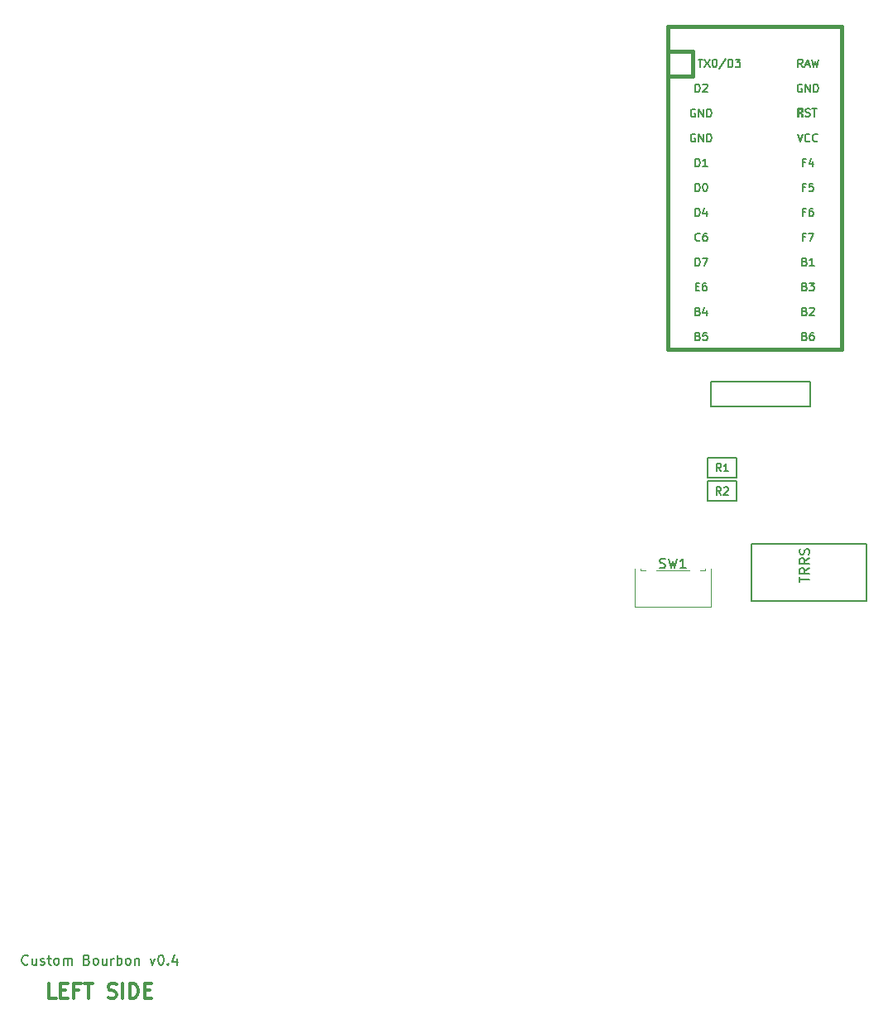
<source format=gto>
G04 #@! TF.GenerationSoftware,KiCad,Pcbnew,5.1.10*
G04 #@! TF.CreationDate,2021-07-25T23:09:34-04:00*
G04 #@! TF.ProjectId,v04_left,7630345f-6c65-4667-942e-6b696361645f,rev?*
G04 #@! TF.SameCoordinates,Original*
G04 #@! TF.FileFunction,Legend,Top*
G04 #@! TF.FilePolarity,Positive*
%FSLAX46Y46*%
G04 Gerber Fmt 4.6, Leading zero omitted, Abs format (unit mm)*
G04 Created by KiCad (PCBNEW 5.1.10) date 2021-07-25 23:09:34*
%MOMM*%
%LPD*%
G01*
G04 APERTURE LIST*
%ADD10C,0.300000*%
%ADD11C,0.150000*%
%ADD12C,0.381000*%
%ADD13C,0.120000*%
%ADD14C,3.987800*%
%ADD15C,1.750000*%
%ADD16C,3.048000*%
%ADD17R,1.752600X1.752600*%
%ADD18C,1.752600*%
%ADD19C,1.200000*%
%ADD20C,2.200000*%
%ADD21C,2.100000*%
%ADD22C,1.397000*%
G04 APERTURE END LIST*
D10*
X-77525000Y-103866071D02*
X-78239285Y-103866071D01*
X-78239285Y-102366071D01*
X-77025000Y-103080357D02*
X-76525000Y-103080357D01*
X-76310714Y-103866071D02*
X-77025000Y-103866071D01*
X-77025000Y-102366071D01*
X-76310714Y-102366071D01*
X-75167857Y-103080357D02*
X-75667857Y-103080357D01*
X-75667857Y-103866071D02*
X-75667857Y-102366071D01*
X-74953571Y-102366071D01*
X-74596428Y-102366071D02*
X-73739285Y-102366071D01*
X-74167857Y-103866071D02*
X-74167857Y-102366071D01*
X-72167857Y-103794642D02*
X-71953571Y-103866071D01*
X-71596428Y-103866071D01*
X-71453571Y-103794642D01*
X-71382142Y-103723214D01*
X-71310714Y-103580357D01*
X-71310714Y-103437500D01*
X-71382142Y-103294642D01*
X-71453571Y-103223214D01*
X-71596428Y-103151785D01*
X-71882142Y-103080357D01*
X-72025000Y-103008928D01*
X-72096428Y-102937500D01*
X-72167857Y-102794642D01*
X-72167857Y-102651785D01*
X-72096428Y-102508928D01*
X-72025000Y-102437500D01*
X-71882142Y-102366071D01*
X-71525000Y-102366071D01*
X-71310714Y-102437500D01*
X-70667857Y-103866071D02*
X-70667857Y-102366071D01*
X-69953571Y-103866071D02*
X-69953571Y-102366071D01*
X-69596428Y-102366071D01*
X-69382142Y-102437500D01*
X-69239285Y-102580357D01*
X-69167857Y-102723214D01*
X-69096428Y-103008928D01*
X-69096428Y-103223214D01*
X-69167857Y-103508928D01*
X-69239285Y-103651785D01*
X-69382142Y-103794642D01*
X-69596428Y-103866071D01*
X-69953571Y-103866071D01*
X-68453571Y-103080357D02*
X-67953571Y-103080357D01*
X-67739285Y-103866071D02*
X-68453571Y-103866071D01*
X-68453571Y-102366071D01*
X-67739285Y-102366071D01*
D11*
X-80382142Y-100369642D02*
X-80429761Y-100417261D01*
X-80572619Y-100464880D01*
X-80667857Y-100464880D01*
X-80810714Y-100417261D01*
X-80905952Y-100322023D01*
X-80953571Y-100226785D01*
X-81001190Y-100036309D01*
X-81001190Y-99893452D01*
X-80953571Y-99702976D01*
X-80905952Y-99607738D01*
X-80810714Y-99512500D01*
X-80667857Y-99464880D01*
X-80572619Y-99464880D01*
X-80429761Y-99512500D01*
X-80382142Y-99560119D01*
X-79525000Y-99798214D02*
X-79525000Y-100464880D01*
X-79953571Y-99798214D02*
X-79953571Y-100322023D01*
X-79905952Y-100417261D01*
X-79810714Y-100464880D01*
X-79667857Y-100464880D01*
X-79572619Y-100417261D01*
X-79525000Y-100369642D01*
X-79096428Y-100417261D02*
X-79001190Y-100464880D01*
X-78810714Y-100464880D01*
X-78715476Y-100417261D01*
X-78667857Y-100322023D01*
X-78667857Y-100274404D01*
X-78715476Y-100179166D01*
X-78810714Y-100131547D01*
X-78953571Y-100131547D01*
X-79048809Y-100083928D01*
X-79096428Y-99988690D01*
X-79096428Y-99941071D01*
X-79048809Y-99845833D01*
X-78953571Y-99798214D01*
X-78810714Y-99798214D01*
X-78715476Y-99845833D01*
X-78382142Y-99798214D02*
X-78001190Y-99798214D01*
X-78239285Y-99464880D02*
X-78239285Y-100322023D01*
X-78191666Y-100417261D01*
X-78096428Y-100464880D01*
X-78001190Y-100464880D01*
X-77525000Y-100464880D02*
X-77620238Y-100417261D01*
X-77667857Y-100369642D01*
X-77715476Y-100274404D01*
X-77715476Y-99988690D01*
X-77667857Y-99893452D01*
X-77620238Y-99845833D01*
X-77525000Y-99798214D01*
X-77382142Y-99798214D01*
X-77286904Y-99845833D01*
X-77239285Y-99893452D01*
X-77191666Y-99988690D01*
X-77191666Y-100274404D01*
X-77239285Y-100369642D01*
X-77286904Y-100417261D01*
X-77382142Y-100464880D01*
X-77525000Y-100464880D01*
X-76763095Y-100464880D02*
X-76763095Y-99798214D01*
X-76763095Y-99893452D02*
X-76715476Y-99845833D01*
X-76620238Y-99798214D01*
X-76477380Y-99798214D01*
X-76382142Y-99845833D01*
X-76334523Y-99941071D01*
X-76334523Y-100464880D01*
X-76334523Y-99941071D02*
X-76286904Y-99845833D01*
X-76191666Y-99798214D01*
X-76048809Y-99798214D01*
X-75953571Y-99845833D01*
X-75905952Y-99941071D01*
X-75905952Y-100464880D01*
X-74334523Y-99941071D02*
X-74191666Y-99988690D01*
X-74144047Y-100036309D01*
X-74096428Y-100131547D01*
X-74096428Y-100274404D01*
X-74144047Y-100369642D01*
X-74191666Y-100417261D01*
X-74286904Y-100464880D01*
X-74667857Y-100464880D01*
X-74667857Y-99464880D01*
X-74334523Y-99464880D01*
X-74239285Y-99512500D01*
X-74191666Y-99560119D01*
X-74144047Y-99655357D01*
X-74144047Y-99750595D01*
X-74191666Y-99845833D01*
X-74239285Y-99893452D01*
X-74334523Y-99941071D01*
X-74667857Y-99941071D01*
X-73525000Y-100464880D02*
X-73620238Y-100417261D01*
X-73667857Y-100369642D01*
X-73715476Y-100274404D01*
X-73715476Y-99988690D01*
X-73667857Y-99893452D01*
X-73620238Y-99845833D01*
X-73525000Y-99798214D01*
X-73382142Y-99798214D01*
X-73286904Y-99845833D01*
X-73239285Y-99893452D01*
X-73191666Y-99988690D01*
X-73191666Y-100274404D01*
X-73239285Y-100369642D01*
X-73286904Y-100417261D01*
X-73382142Y-100464880D01*
X-73525000Y-100464880D01*
X-72334523Y-99798214D02*
X-72334523Y-100464880D01*
X-72763095Y-99798214D02*
X-72763095Y-100322023D01*
X-72715476Y-100417261D01*
X-72620238Y-100464880D01*
X-72477380Y-100464880D01*
X-72382142Y-100417261D01*
X-72334523Y-100369642D01*
X-71858333Y-100464880D02*
X-71858333Y-99798214D01*
X-71858333Y-99988690D02*
X-71810714Y-99893452D01*
X-71763095Y-99845833D01*
X-71667857Y-99798214D01*
X-71572619Y-99798214D01*
X-71239285Y-100464880D02*
X-71239285Y-99464880D01*
X-71239285Y-99845833D02*
X-71144047Y-99798214D01*
X-70953571Y-99798214D01*
X-70858333Y-99845833D01*
X-70810714Y-99893452D01*
X-70763095Y-99988690D01*
X-70763095Y-100274404D01*
X-70810714Y-100369642D01*
X-70858333Y-100417261D01*
X-70953571Y-100464880D01*
X-71144047Y-100464880D01*
X-71239285Y-100417261D01*
X-70191666Y-100464880D02*
X-70286904Y-100417261D01*
X-70334523Y-100369642D01*
X-70382142Y-100274404D01*
X-70382142Y-99988690D01*
X-70334523Y-99893452D01*
X-70286904Y-99845833D01*
X-70191666Y-99798214D01*
X-70048809Y-99798214D01*
X-69953571Y-99845833D01*
X-69905952Y-99893452D01*
X-69858333Y-99988690D01*
X-69858333Y-100274404D01*
X-69905952Y-100369642D01*
X-69953571Y-100417261D01*
X-70048809Y-100464880D01*
X-70191666Y-100464880D01*
X-69429761Y-99798214D02*
X-69429761Y-100464880D01*
X-69429761Y-99893452D02*
X-69382142Y-99845833D01*
X-69286904Y-99798214D01*
X-69144047Y-99798214D01*
X-69048809Y-99845833D01*
X-69001190Y-99941071D01*
X-69001190Y-100464880D01*
X-67858333Y-99798214D02*
X-67620238Y-100464880D01*
X-67382142Y-99798214D01*
X-66810714Y-99464880D02*
X-66715476Y-99464880D01*
X-66620238Y-99512500D01*
X-66572619Y-99560119D01*
X-66525000Y-99655357D01*
X-66477380Y-99845833D01*
X-66477380Y-100083928D01*
X-66525000Y-100274404D01*
X-66572619Y-100369642D01*
X-66620238Y-100417261D01*
X-66715476Y-100464880D01*
X-66810714Y-100464880D01*
X-66905952Y-100417261D01*
X-66953571Y-100369642D01*
X-67001190Y-100274404D01*
X-67048809Y-100083928D01*
X-67048809Y-99845833D01*
X-67001190Y-99655357D01*
X-66953571Y-99560119D01*
X-66905952Y-99512500D01*
X-66810714Y-99464880D01*
X-66048809Y-100369642D02*
X-66001190Y-100417261D01*
X-66048809Y-100464880D01*
X-66096428Y-100417261D01*
X-66048809Y-100369642D01*
X-66048809Y-100464880D01*
X-65144047Y-99798214D02*
X-65144047Y-100464880D01*
X-65382142Y-99417261D02*
X-65620238Y-100131547D01*
X-65001190Y-100131547D01*
D12*
X-12401250Y-7005000D02*
X-14941250Y-7005000D01*
X-14941250Y-4465000D02*
X-14941250Y-7005000D01*
X2838750Y-4465000D02*
X-14941250Y-4465000D01*
X2838750Y-7005000D02*
X2838750Y-4465000D01*
D11*
G36*
X-1119682Y-13484360D02*
G01*
X-1119682Y-13684360D01*
X-1219682Y-13684360D01*
X-1219682Y-13484360D01*
X-1119682Y-13484360D01*
G37*
X-1119682Y-13484360D02*
X-1119682Y-13684360D01*
X-1219682Y-13684360D01*
X-1219682Y-13484360D01*
X-1119682Y-13484360D01*
G36*
X-1519682Y-12884360D02*
G01*
X-1519682Y-13684360D01*
X-1619682Y-13684360D01*
X-1619682Y-12884360D01*
X-1519682Y-12884360D01*
G37*
X-1519682Y-12884360D02*
X-1519682Y-13684360D01*
X-1619682Y-13684360D01*
X-1619682Y-12884360D01*
X-1519682Y-12884360D01*
G36*
X-1119682Y-12884360D02*
G01*
X-1119682Y-12984360D01*
X-1619682Y-12984360D01*
X-1619682Y-12884360D01*
X-1119682Y-12884360D01*
G37*
X-1119682Y-12884360D02*
X-1119682Y-12984360D01*
X-1619682Y-12984360D01*
X-1619682Y-12884360D01*
X-1119682Y-12884360D01*
G36*
X-1319682Y-13284360D02*
G01*
X-1319682Y-13384360D01*
X-1419682Y-13384360D01*
X-1419682Y-13284360D01*
X-1319682Y-13284360D01*
G37*
X-1319682Y-13284360D02*
X-1319682Y-13384360D01*
X-1419682Y-13384360D01*
X-1419682Y-13284360D01*
X-1319682Y-13284360D01*
G36*
X-1119682Y-12884360D02*
G01*
X-1119682Y-13184360D01*
X-1219682Y-13184360D01*
X-1219682Y-12884360D01*
X-1119682Y-12884360D01*
G37*
X-1119682Y-12884360D02*
X-1119682Y-13184360D01*
X-1219682Y-13184360D01*
X-1219682Y-12884360D01*
X-1119682Y-12884360D01*
D12*
X-12401250Y-9545000D02*
X-14941250Y-9545000D01*
X-12401250Y-7005000D02*
X-12401250Y-9545000D01*
X2838750Y-37485000D02*
X2838750Y-7005000D01*
X-14941250Y-37485000D02*
X2838750Y-37485000D01*
X-14941250Y-7005000D02*
X-14941250Y-37485000D01*
D11*
X5406250Y-57425000D02*
X5406250Y-63225000D01*
X5406250Y-63225000D02*
X-6343750Y-63225000D01*
X-6343750Y-63225000D02*
X-6343750Y-57425000D01*
X-6343750Y-57425000D02*
X5406250Y-57425000D01*
D13*
X-12706250Y-60148750D02*
X-16106250Y-60148750D01*
X-11066250Y-60148750D02*
X-11606250Y-60148750D01*
X-17206250Y-60148750D02*
X-17746250Y-60148750D01*
X-17746250Y-60148750D02*
X-17746250Y-59918750D01*
X-10546250Y-63818750D02*
X-10546250Y-59918750D01*
X-18266250Y-63818750D02*
X-18266250Y-59918750D01*
X-10546250Y-63818750D02*
X-18266250Y-63818750D01*
X-11066250Y-60148750D02*
X-11066250Y-59918750D01*
D11*
X-7850110Y-51010490D02*
X-10852390Y-51010490D01*
X-7850110Y-53012010D02*
X-7850110Y-51010490D01*
X-10852390Y-53012010D02*
X-7850110Y-53012010D01*
X-10852390Y-51010490D02*
X-10852390Y-53012010D01*
X-10852390Y-50630760D02*
X-7850110Y-50630760D01*
X-10852390Y-48629240D02*
X-10852390Y-50630760D01*
X-7850110Y-48629240D02*
X-10852390Y-48629240D01*
X-7850110Y-50630760D02*
X-7850110Y-48629240D01*
X-10496250Y-43358750D02*
X-10496250Y-40818750D01*
X-336250Y-40818750D02*
X-336250Y-43358750D01*
X-10496250Y-40818750D02*
X-336250Y-40818750D01*
X-10496250Y-43358750D02*
X-336250Y-43358750D01*
X-914059Y-33617857D02*
X-799773Y-33655952D01*
X-761678Y-33694047D01*
X-723583Y-33770238D01*
X-723583Y-33884523D01*
X-761678Y-33960714D01*
X-799773Y-33998809D01*
X-875964Y-34036904D01*
X-1180726Y-34036904D01*
X-1180726Y-33236904D01*
X-914059Y-33236904D01*
X-837869Y-33275000D01*
X-799773Y-33313095D01*
X-761678Y-33389285D01*
X-761678Y-33465476D01*
X-799773Y-33541666D01*
X-837869Y-33579761D01*
X-914059Y-33617857D01*
X-1180726Y-33617857D01*
X-418821Y-33313095D02*
X-380726Y-33275000D01*
X-304535Y-33236904D01*
X-114059Y-33236904D01*
X-37869Y-33275000D01*
X226Y-33313095D01*
X38321Y-33389285D01*
X38321Y-33465476D01*
X226Y-33579761D01*
X-456916Y-34036904D01*
X38321Y-34036904D01*
X-856916Y-25997857D02*
X-1123583Y-25997857D01*
X-1123583Y-26416904D02*
X-1123583Y-25616904D01*
X-742630Y-25616904D01*
X-514059Y-25616904D02*
X19273Y-25616904D01*
X-323583Y-26416904D01*
X-856916Y-23457857D02*
X-1123583Y-23457857D01*
X-1123583Y-23876904D02*
X-1123583Y-23076904D01*
X-742630Y-23076904D01*
X-95011Y-23076904D02*
X-247392Y-23076904D01*
X-323583Y-23115000D01*
X-361678Y-23153095D01*
X-437869Y-23267380D01*
X-475964Y-23419761D01*
X-475964Y-23724523D01*
X-437869Y-23800714D01*
X-399773Y-23838809D01*
X-323583Y-23876904D01*
X-171202Y-23876904D01*
X-95011Y-23838809D01*
X-56916Y-23800714D01*
X-18821Y-23724523D01*
X-18821Y-23534047D01*
X-56916Y-23457857D01*
X-95011Y-23419761D01*
X-171202Y-23381666D01*
X-323583Y-23381666D01*
X-399773Y-23419761D01*
X-437869Y-23457857D01*
X-475964Y-23534047D01*
X-856916Y-20917857D02*
X-1123583Y-20917857D01*
X-1123583Y-21336904D02*
X-1123583Y-20536904D01*
X-742630Y-20536904D01*
X-56916Y-20536904D02*
X-437869Y-20536904D01*
X-475964Y-20917857D01*
X-437869Y-20879761D01*
X-361678Y-20841666D01*
X-171202Y-20841666D01*
X-95011Y-20879761D01*
X-56916Y-20917857D01*
X-18821Y-20994047D01*
X-18821Y-21184523D01*
X-56916Y-21260714D01*
X-95011Y-21298809D01*
X-171202Y-21336904D01*
X-361678Y-21336904D01*
X-437869Y-21298809D01*
X-475964Y-21260714D01*
X-1142630Y-8636904D02*
X-1409297Y-8255952D01*
X-1599773Y-8636904D02*
X-1599773Y-7836904D01*
X-1295011Y-7836904D01*
X-1218821Y-7875000D01*
X-1180726Y-7913095D01*
X-1142630Y-7989285D01*
X-1142630Y-8103571D01*
X-1180726Y-8179761D01*
X-1218821Y-8217857D01*
X-1295011Y-8255952D01*
X-1599773Y-8255952D01*
X-837869Y-8408333D02*
X-456916Y-8408333D01*
X-914059Y-8636904D02*
X-647392Y-7836904D01*
X-380726Y-8636904D01*
X-190250Y-7836904D02*
X226Y-8636904D01*
X152607Y-8065476D01*
X304988Y-8636904D01*
X495464Y-7836904D01*
X-1199773Y-10415000D02*
X-1275964Y-10376904D01*
X-1390250Y-10376904D01*
X-1504535Y-10415000D01*
X-1580726Y-10491190D01*
X-1618821Y-10567380D01*
X-1656916Y-10719761D01*
X-1656916Y-10834047D01*
X-1618821Y-10986428D01*
X-1580726Y-11062619D01*
X-1504535Y-11138809D01*
X-1390250Y-11176904D01*
X-1314059Y-11176904D01*
X-1199773Y-11138809D01*
X-1161678Y-11100714D01*
X-1161678Y-10834047D01*
X-1314059Y-10834047D01*
X-818821Y-11176904D02*
X-818821Y-10376904D01*
X-361678Y-11176904D01*
X-361678Y-10376904D01*
X19273Y-11176904D02*
X19273Y-10376904D01*
X209749Y-10376904D01*
X324035Y-10415000D01*
X400226Y-10491190D01*
X438321Y-10567380D01*
X476416Y-10719761D01*
X476416Y-10834047D01*
X438321Y-10986428D01*
X400226Y-11062619D01*
X324035Y-11138809D01*
X209749Y-11176904D01*
X19273Y-11176904D01*
X-851463Y-13648809D02*
X-737177Y-13686904D01*
X-546701Y-13686904D01*
X-470510Y-13648809D01*
X-432415Y-13610714D01*
X-394320Y-13534523D01*
X-394320Y-13458333D01*
X-432415Y-13382142D01*
X-470510Y-13344047D01*
X-546701Y-13305952D01*
X-699082Y-13267857D01*
X-775272Y-13229761D01*
X-813368Y-13191666D01*
X-851463Y-13115476D01*
X-851463Y-13039285D01*
X-813368Y-12963095D01*
X-775272Y-12925000D01*
X-699082Y-12886904D01*
X-508606Y-12886904D01*
X-394320Y-12925000D01*
X-165749Y-12886904D02*
X291393Y-12886904D01*
X62822Y-13686904D02*
X62822Y-12886904D01*
X-1656916Y-15456904D02*
X-1390250Y-16256904D01*
X-1123583Y-15456904D01*
X-399773Y-16180714D02*
X-437869Y-16218809D01*
X-552154Y-16256904D01*
X-628345Y-16256904D01*
X-742630Y-16218809D01*
X-818821Y-16142619D01*
X-856916Y-16066428D01*
X-895011Y-15914047D01*
X-895011Y-15799761D01*
X-856916Y-15647380D01*
X-818821Y-15571190D01*
X-742630Y-15495000D01*
X-628345Y-15456904D01*
X-552154Y-15456904D01*
X-437869Y-15495000D01*
X-399773Y-15533095D01*
X400226Y-16180714D02*
X362130Y-16218809D01*
X247845Y-16256904D01*
X171654Y-16256904D01*
X57369Y-16218809D01*
X-18821Y-16142619D01*
X-56916Y-16066428D01*
X-95011Y-15914047D01*
X-95011Y-15799761D01*
X-56916Y-15647380D01*
X-18821Y-15571190D01*
X57369Y-15495000D01*
X171654Y-15456904D01*
X247845Y-15456904D01*
X362130Y-15495000D01*
X400226Y-15533095D01*
X-856916Y-18377857D02*
X-1123583Y-18377857D01*
X-1123583Y-18796904D02*
X-1123583Y-17996904D01*
X-742630Y-17996904D01*
X-95011Y-18263571D02*
X-95011Y-18796904D01*
X-285488Y-17958809D02*
X-475964Y-18530238D01*
X19273Y-18530238D01*
X-914059Y-28537857D02*
X-799773Y-28575952D01*
X-761678Y-28614047D01*
X-723583Y-28690238D01*
X-723583Y-28804523D01*
X-761678Y-28880714D01*
X-799773Y-28918809D01*
X-875964Y-28956904D01*
X-1180726Y-28956904D01*
X-1180726Y-28156904D01*
X-914059Y-28156904D01*
X-837869Y-28195000D01*
X-799773Y-28233095D01*
X-761678Y-28309285D01*
X-761678Y-28385476D01*
X-799773Y-28461666D01*
X-837869Y-28499761D01*
X-914059Y-28537857D01*
X-1180726Y-28537857D01*
X38321Y-28956904D02*
X-418821Y-28956904D01*
X-190250Y-28956904D02*
X-190250Y-28156904D01*
X-266440Y-28271190D01*
X-342630Y-28347380D01*
X-418821Y-28385476D01*
X-914059Y-31077857D02*
X-799773Y-31115952D01*
X-761678Y-31154047D01*
X-723583Y-31230238D01*
X-723583Y-31344523D01*
X-761678Y-31420714D01*
X-799773Y-31458809D01*
X-875964Y-31496904D01*
X-1180726Y-31496904D01*
X-1180726Y-30696904D01*
X-914059Y-30696904D01*
X-837869Y-30735000D01*
X-799773Y-30773095D01*
X-761678Y-30849285D01*
X-761678Y-30925476D01*
X-799773Y-31001666D01*
X-837869Y-31039761D01*
X-914059Y-31077857D01*
X-1180726Y-31077857D01*
X-456916Y-30696904D02*
X38321Y-30696904D01*
X-228345Y-31001666D01*
X-114059Y-31001666D01*
X-37869Y-31039761D01*
X226Y-31077857D01*
X38321Y-31154047D01*
X38321Y-31344523D01*
X226Y-31420714D01*
X-37869Y-31458809D01*
X-114059Y-31496904D01*
X-342630Y-31496904D01*
X-418821Y-31458809D01*
X-456916Y-31420714D01*
X-914059Y-36157857D02*
X-799773Y-36195952D01*
X-761678Y-36234047D01*
X-723583Y-36310238D01*
X-723583Y-36424523D01*
X-761678Y-36500714D01*
X-799773Y-36538809D01*
X-875964Y-36576904D01*
X-1180726Y-36576904D01*
X-1180726Y-35776904D01*
X-914059Y-35776904D01*
X-837869Y-35815000D01*
X-799773Y-35853095D01*
X-761678Y-35929285D01*
X-761678Y-36005476D01*
X-799773Y-36081666D01*
X-837869Y-36119761D01*
X-914059Y-36157857D01*
X-1180726Y-36157857D01*
X-37869Y-35776904D02*
X-190250Y-35776904D01*
X-266440Y-35815000D01*
X-304535Y-35853095D01*
X-380726Y-35967380D01*
X-418821Y-36119761D01*
X-418821Y-36424523D01*
X-380726Y-36500714D01*
X-342630Y-36538809D01*
X-266440Y-36576904D01*
X-114059Y-36576904D01*
X-37869Y-36538809D01*
X226Y-36500714D01*
X38321Y-36424523D01*
X38321Y-36234047D01*
X226Y-36157857D01*
X-37869Y-36119761D01*
X-114059Y-36081666D01*
X-266440Y-36081666D01*
X-342630Y-36119761D01*
X-380726Y-36157857D01*
X-418821Y-36234047D01*
X-11836059Y-36157857D02*
X-11721773Y-36195952D01*
X-11683678Y-36234047D01*
X-11645583Y-36310238D01*
X-11645583Y-36424523D01*
X-11683678Y-36500714D01*
X-11721773Y-36538809D01*
X-11797964Y-36576904D01*
X-12102726Y-36576904D01*
X-12102726Y-35776904D01*
X-11836059Y-35776904D01*
X-11759869Y-35815000D01*
X-11721773Y-35853095D01*
X-11683678Y-35929285D01*
X-11683678Y-36005476D01*
X-11721773Y-36081666D01*
X-11759869Y-36119761D01*
X-11836059Y-36157857D01*
X-12102726Y-36157857D01*
X-10921773Y-35776904D02*
X-11302726Y-35776904D01*
X-11340821Y-36157857D01*
X-11302726Y-36119761D01*
X-11226535Y-36081666D01*
X-11036059Y-36081666D01*
X-10959869Y-36119761D01*
X-10921773Y-36157857D01*
X-10883678Y-36234047D01*
X-10883678Y-36424523D01*
X-10921773Y-36500714D01*
X-10959869Y-36538809D01*
X-11036059Y-36576904D01*
X-11226535Y-36576904D01*
X-11302726Y-36538809D01*
X-11340821Y-36500714D01*
X-11836059Y-33617857D02*
X-11721773Y-33655952D01*
X-11683678Y-33694047D01*
X-11645583Y-33770238D01*
X-11645583Y-33884523D01*
X-11683678Y-33960714D01*
X-11721773Y-33998809D01*
X-11797964Y-34036904D01*
X-12102726Y-34036904D01*
X-12102726Y-33236904D01*
X-11836059Y-33236904D01*
X-11759869Y-33275000D01*
X-11721773Y-33313095D01*
X-11683678Y-33389285D01*
X-11683678Y-33465476D01*
X-11721773Y-33541666D01*
X-11759869Y-33579761D01*
X-11836059Y-33617857D01*
X-12102726Y-33617857D01*
X-10959869Y-33503571D02*
X-10959869Y-34036904D01*
X-11150345Y-33198809D02*
X-11340821Y-33770238D01*
X-10845583Y-33770238D01*
X-12064630Y-31077857D02*
X-11797964Y-31077857D01*
X-11683678Y-31496904D02*
X-12064630Y-31496904D01*
X-12064630Y-30696904D01*
X-11683678Y-30696904D01*
X-10997964Y-30696904D02*
X-11150345Y-30696904D01*
X-11226535Y-30735000D01*
X-11264630Y-30773095D01*
X-11340821Y-30887380D01*
X-11378916Y-31039761D01*
X-11378916Y-31344523D01*
X-11340821Y-31420714D01*
X-11302726Y-31458809D01*
X-11226535Y-31496904D01*
X-11074154Y-31496904D01*
X-10997964Y-31458809D01*
X-10959869Y-31420714D01*
X-10921773Y-31344523D01*
X-10921773Y-31154047D01*
X-10959869Y-31077857D01*
X-10997964Y-31039761D01*
X-11074154Y-31001666D01*
X-11226535Y-31001666D01*
X-11302726Y-31039761D01*
X-11340821Y-31077857D01*
X-11378916Y-31154047D01*
X-12102726Y-28956904D02*
X-12102726Y-28156904D01*
X-11912250Y-28156904D01*
X-11797964Y-28195000D01*
X-11721773Y-28271190D01*
X-11683678Y-28347380D01*
X-11645583Y-28499761D01*
X-11645583Y-28614047D01*
X-11683678Y-28766428D01*
X-11721773Y-28842619D01*
X-11797964Y-28918809D01*
X-11912250Y-28956904D01*
X-12102726Y-28956904D01*
X-11378916Y-28156904D02*
X-10845583Y-28156904D01*
X-11188440Y-28956904D01*
X-11645583Y-26340714D02*
X-11683678Y-26378809D01*
X-11797964Y-26416904D01*
X-11874154Y-26416904D01*
X-11988440Y-26378809D01*
X-12064630Y-26302619D01*
X-12102726Y-26226428D01*
X-12140821Y-26074047D01*
X-12140821Y-25959761D01*
X-12102726Y-25807380D01*
X-12064630Y-25731190D01*
X-11988440Y-25655000D01*
X-11874154Y-25616904D01*
X-11797964Y-25616904D01*
X-11683678Y-25655000D01*
X-11645583Y-25693095D01*
X-10959869Y-25616904D02*
X-11112250Y-25616904D01*
X-11188440Y-25655000D01*
X-11226535Y-25693095D01*
X-11302726Y-25807380D01*
X-11340821Y-25959761D01*
X-11340821Y-26264523D01*
X-11302726Y-26340714D01*
X-11264630Y-26378809D01*
X-11188440Y-26416904D01*
X-11036059Y-26416904D01*
X-10959869Y-26378809D01*
X-10921773Y-26340714D01*
X-10883678Y-26264523D01*
X-10883678Y-26074047D01*
X-10921773Y-25997857D01*
X-10959869Y-25959761D01*
X-11036059Y-25921666D01*
X-11188440Y-25921666D01*
X-11264630Y-25959761D01*
X-11302726Y-25997857D01*
X-11340821Y-26074047D01*
X-12102726Y-23876904D02*
X-12102726Y-23076904D01*
X-11912250Y-23076904D01*
X-11797964Y-23115000D01*
X-11721773Y-23191190D01*
X-11683678Y-23267380D01*
X-11645583Y-23419761D01*
X-11645583Y-23534047D01*
X-11683678Y-23686428D01*
X-11721773Y-23762619D01*
X-11797964Y-23838809D01*
X-11912250Y-23876904D01*
X-12102726Y-23876904D01*
X-10959869Y-23343571D02*
X-10959869Y-23876904D01*
X-11150345Y-23038809D02*
X-11340821Y-23610238D01*
X-10845583Y-23610238D01*
X-12121773Y-12955000D02*
X-12197964Y-12916904D01*
X-12312250Y-12916904D01*
X-12426535Y-12955000D01*
X-12502726Y-13031190D01*
X-12540821Y-13107380D01*
X-12578916Y-13259761D01*
X-12578916Y-13374047D01*
X-12540821Y-13526428D01*
X-12502726Y-13602619D01*
X-12426535Y-13678809D01*
X-12312250Y-13716904D01*
X-12236059Y-13716904D01*
X-12121773Y-13678809D01*
X-12083678Y-13640714D01*
X-12083678Y-13374047D01*
X-12236059Y-13374047D01*
X-11740821Y-13716904D02*
X-11740821Y-12916904D01*
X-11283678Y-13716904D01*
X-11283678Y-12916904D01*
X-10902726Y-13716904D02*
X-10902726Y-12916904D01*
X-10712250Y-12916904D01*
X-10597964Y-12955000D01*
X-10521773Y-13031190D01*
X-10483678Y-13107380D01*
X-10445583Y-13259761D01*
X-10445583Y-13374047D01*
X-10483678Y-13526428D01*
X-10521773Y-13602619D01*
X-10597964Y-13678809D01*
X-10712250Y-13716904D01*
X-10902726Y-13716904D01*
X-12121773Y-15495000D02*
X-12197964Y-15456904D01*
X-12312250Y-15456904D01*
X-12426535Y-15495000D01*
X-12502726Y-15571190D01*
X-12540821Y-15647380D01*
X-12578916Y-15799761D01*
X-12578916Y-15914047D01*
X-12540821Y-16066428D01*
X-12502726Y-16142619D01*
X-12426535Y-16218809D01*
X-12312250Y-16256904D01*
X-12236059Y-16256904D01*
X-12121773Y-16218809D01*
X-12083678Y-16180714D01*
X-12083678Y-15914047D01*
X-12236059Y-15914047D01*
X-11740821Y-16256904D02*
X-11740821Y-15456904D01*
X-11283678Y-16256904D01*
X-11283678Y-15456904D01*
X-10902726Y-16256904D02*
X-10902726Y-15456904D01*
X-10712250Y-15456904D01*
X-10597964Y-15495000D01*
X-10521773Y-15571190D01*
X-10483678Y-15647380D01*
X-10445583Y-15799761D01*
X-10445583Y-15914047D01*
X-10483678Y-16066428D01*
X-10521773Y-16142619D01*
X-10597964Y-16218809D01*
X-10712250Y-16256904D01*
X-10902726Y-16256904D01*
X-12102726Y-18796904D02*
X-12102726Y-17996904D01*
X-11912250Y-17996904D01*
X-11797964Y-18035000D01*
X-11721773Y-18111190D01*
X-11683678Y-18187380D01*
X-11645583Y-18339761D01*
X-11645583Y-18454047D01*
X-11683678Y-18606428D01*
X-11721773Y-18682619D01*
X-11797964Y-18758809D01*
X-11912250Y-18796904D01*
X-12102726Y-18796904D01*
X-10883678Y-18796904D02*
X-11340821Y-18796904D01*
X-11112250Y-18796904D02*
X-11112250Y-17996904D01*
X-11188440Y-18111190D01*
X-11264630Y-18187380D01*
X-11340821Y-18225476D01*
X-12102726Y-21336904D02*
X-12102726Y-20536904D01*
X-11912250Y-20536904D01*
X-11797964Y-20575000D01*
X-11721773Y-20651190D01*
X-11683678Y-20727380D01*
X-11645583Y-20879761D01*
X-11645583Y-20994047D01*
X-11683678Y-21146428D01*
X-11721773Y-21222619D01*
X-11797964Y-21298809D01*
X-11912250Y-21336904D01*
X-12102726Y-21336904D01*
X-11150345Y-20536904D02*
X-11074154Y-20536904D01*
X-10997964Y-20575000D01*
X-10959869Y-20613095D01*
X-10921773Y-20689285D01*
X-10883678Y-20841666D01*
X-10883678Y-21032142D01*
X-10921773Y-21184523D01*
X-10959869Y-21260714D01*
X-10997964Y-21298809D01*
X-11074154Y-21336904D01*
X-11150345Y-21336904D01*
X-11226535Y-21298809D01*
X-11264630Y-21260714D01*
X-11302726Y-21184523D01*
X-11340821Y-21032142D01*
X-11340821Y-20841666D01*
X-11302726Y-20689285D01*
X-11264630Y-20613095D01*
X-11226535Y-20575000D01*
X-11150345Y-20536904D01*
X-12102726Y-11176904D02*
X-12102726Y-10376904D01*
X-11912250Y-10376904D01*
X-11797964Y-10415000D01*
X-11721773Y-10491190D01*
X-11683678Y-10567380D01*
X-11645583Y-10719761D01*
X-11645583Y-10834047D01*
X-11683678Y-10986428D01*
X-11721773Y-11062619D01*
X-11797964Y-11138809D01*
X-11912250Y-11176904D01*
X-12102726Y-11176904D01*
X-11340821Y-10453095D02*
X-11302726Y-10415000D01*
X-11226535Y-10376904D01*
X-11036059Y-10376904D01*
X-10959869Y-10415000D01*
X-10921773Y-10453095D01*
X-10883678Y-10529285D01*
X-10883678Y-10605476D01*
X-10921773Y-10719761D01*
X-11378916Y-11176904D01*
X-10883678Y-11176904D01*
X-11813598Y-7836904D02*
X-11356455Y-7836904D01*
X-11585026Y-8636904D02*
X-11585026Y-7836904D01*
X-11165979Y-7836904D02*
X-10632645Y-8636904D01*
X-10632645Y-7836904D02*
X-11165979Y-8636904D01*
X-10175502Y-7836904D02*
X-10099312Y-7836904D01*
X-10023122Y-7875000D01*
X-9985026Y-7913095D01*
X-9946931Y-7989285D01*
X-9908836Y-8141666D01*
X-9908836Y-8332142D01*
X-9946931Y-8484523D01*
X-9985026Y-8560714D01*
X-10023122Y-8598809D01*
X-10099312Y-8636904D01*
X-10175502Y-8636904D01*
X-10251693Y-8598809D01*
X-10289788Y-8560714D01*
X-10327883Y-8484523D01*
X-10365979Y-8332142D01*
X-10365979Y-8141666D01*
X-10327883Y-7989285D01*
X-10289788Y-7913095D01*
X-10251693Y-7875000D01*
X-10175502Y-7836904D01*
X-8994550Y-7798809D02*
X-9680264Y-8827380D01*
X-8727883Y-8636904D02*
X-8727883Y-7836904D01*
X-8537407Y-7836904D01*
X-8423122Y-7875000D01*
X-8346931Y-7951190D01*
X-8308836Y-8027380D01*
X-8270741Y-8179761D01*
X-8270741Y-8294047D01*
X-8308836Y-8446428D01*
X-8346931Y-8522619D01*
X-8423122Y-8598809D01*
X-8537407Y-8636904D01*
X-8727883Y-8636904D01*
X-8004074Y-7836904D02*
X-7508836Y-7836904D01*
X-7775502Y-8141666D01*
X-7661217Y-8141666D01*
X-7585026Y-8179761D01*
X-7546931Y-8217857D01*
X-7508836Y-8294047D01*
X-7508836Y-8484523D01*
X-7546931Y-8560714D01*
X-7585026Y-8598809D01*
X-7661217Y-8636904D01*
X-7889788Y-8636904D01*
X-7965979Y-8598809D01*
X-8004074Y-8560714D01*
X-1441369Y-61336904D02*
X-1441369Y-60765476D01*
X-441369Y-61051190D02*
X-1441369Y-61051190D01*
X-441369Y-59860714D02*
X-917559Y-60194047D01*
X-441369Y-60432142D02*
X-1441369Y-60432142D01*
X-1441369Y-60051190D01*
X-1393750Y-59955952D01*
X-1346130Y-59908333D01*
X-1250892Y-59860714D01*
X-1108035Y-59860714D01*
X-1012797Y-59908333D01*
X-965178Y-59955952D01*
X-917559Y-60051190D01*
X-917559Y-60432142D01*
X-441369Y-58860714D02*
X-917559Y-59194047D01*
X-441369Y-59432142D02*
X-1441369Y-59432142D01*
X-1441369Y-59051190D01*
X-1393750Y-58955952D01*
X-1346130Y-58908333D01*
X-1250892Y-58860714D01*
X-1108035Y-58860714D01*
X-1012797Y-58908333D01*
X-965178Y-58955952D01*
X-917559Y-59051190D01*
X-917559Y-59432142D01*
X-488988Y-58479761D02*
X-441369Y-58336904D01*
X-441369Y-58098809D01*
X-488988Y-58003571D01*
X-536607Y-57955952D01*
X-631845Y-57908333D01*
X-727083Y-57908333D01*
X-822321Y-57955952D01*
X-869940Y-58003571D01*
X-917559Y-58098809D01*
X-965178Y-58289285D01*
X-1012797Y-58384523D01*
X-1060416Y-58432142D01*
X-1155654Y-58479761D01*
X-1250892Y-58479761D01*
X-1346130Y-58432142D01*
X-1393750Y-58384523D01*
X-1441369Y-58289285D01*
X-1441369Y-58051190D01*
X-1393750Y-57908333D01*
X-15739583Y-59843511D02*
X-15596726Y-59891130D01*
X-15358630Y-59891130D01*
X-15263392Y-59843511D01*
X-15215773Y-59795892D01*
X-15168154Y-59700654D01*
X-15168154Y-59605416D01*
X-15215773Y-59510178D01*
X-15263392Y-59462559D01*
X-15358630Y-59414940D01*
X-15549107Y-59367321D01*
X-15644345Y-59319702D01*
X-15691964Y-59272083D01*
X-15739583Y-59176845D01*
X-15739583Y-59081607D01*
X-15691964Y-58986369D01*
X-15644345Y-58938750D01*
X-15549107Y-58891130D01*
X-15311011Y-58891130D01*
X-15168154Y-58938750D01*
X-14834821Y-58891130D02*
X-14596726Y-59891130D01*
X-14406250Y-59176845D01*
X-14215773Y-59891130D01*
X-13977678Y-58891130D01*
X-13072916Y-59891130D02*
X-13644345Y-59891130D01*
X-13358630Y-59891130D02*
X-13358630Y-58891130D01*
X-13453869Y-59033988D01*
X-13549107Y-59129226D01*
X-13644345Y-59176845D01*
X-9484583Y-52373154D02*
X-9751250Y-51992202D01*
X-9941726Y-52373154D02*
X-9941726Y-51573154D01*
X-9636964Y-51573154D01*
X-9560773Y-51611250D01*
X-9522678Y-51649345D01*
X-9484583Y-51725535D01*
X-9484583Y-51839821D01*
X-9522678Y-51916011D01*
X-9560773Y-51954107D01*
X-9636964Y-51992202D01*
X-9941726Y-51992202D01*
X-9179821Y-51649345D02*
X-9141726Y-51611250D01*
X-9065535Y-51573154D01*
X-8875059Y-51573154D01*
X-8798869Y-51611250D01*
X-8760773Y-51649345D01*
X-8722678Y-51725535D01*
X-8722678Y-51801726D01*
X-8760773Y-51916011D01*
X-9217916Y-52373154D01*
X-8722678Y-52373154D01*
X-9484583Y-49991904D02*
X-9751250Y-49610952D01*
X-9941726Y-49991904D02*
X-9941726Y-49191904D01*
X-9636964Y-49191904D01*
X-9560773Y-49230000D01*
X-9522678Y-49268095D01*
X-9484583Y-49344285D01*
X-9484583Y-49458571D01*
X-9522678Y-49534761D01*
X-9560773Y-49572857D01*
X-9636964Y-49610952D01*
X-9941726Y-49610952D01*
X-8722678Y-49991904D02*
X-9179821Y-49991904D01*
X-8951250Y-49991904D02*
X-8951250Y-49191904D01*
X-9027440Y-49306190D01*
X-9103630Y-49382380D01*
X-9179821Y-49420476D01*
%LPC*%
D14*
X-36068000Y-118618000D03*
D15*
X-40467409Y-116078000D03*
X-31668591Y-121158000D03*
D16*
X-42886615Y-106615688D03*
X-22264385Y-118521938D03*
D14*
X-50506615Y-119813915D03*
X-29884385Y-131720165D03*
D17*
X-13671250Y-8275000D03*
D18*
X-13671250Y-10815000D03*
X-13671250Y-13355000D03*
X-13671250Y-15895000D03*
X-13671250Y-18435000D03*
X-13671250Y-20975000D03*
X-13671250Y-23515000D03*
X-13671250Y-26055000D03*
X-13671250Y-28595000D03*
X-13671250Y-31135000D03*
X-13671250Y-33675000D03*
X1568750Y-36215000D03*
X1568750Y-33675000D03*
X1568750Y-31135000D03*
X1568750Y-28595000D03*
X1568750Y-26055000D03*
X1568750Y-23515000D03*
X1568750Y-20975000D03*
X1568750Y-18435000D03*
X1568750Y-15895000D03*
X1568750Y-13355000D03*
X1568750Y-10815000D03*
X-13671250Y-36215000D03*
X1568750Y-8275000D03*
D19*
X-2943750Y-60325000D03*
X4056250Y-60325000D03*
D20*
X-19750000Y-50750000D03*
X2381250Y-50800000D03*
D19*
X-14406250Y-62328750D03*
D21*
X-10906250Y-58628750D03*
D15*
X-11906250Y-61118750D03*
X-16906250Y-61118750D03*
D21*
X-17916250Y-58628750D03*
D14*
X-125412500Y-116681250D03*
D15*
X-130492500Y-116681250D03*
X-120332500Y-116681250D03*
D14*
X-113506250Y-24003000D03*
D15*
X-118586250Y-24003000D03*
X-108426250Y-24003000D03*
D14*
X-37306250Y-50228500D03*
D15*
X-37306250Y-55308500D03*
X-37306250Y-45148500D03*
D14*
X-56356250Y-45466000D03*
D15*
X-61436250Y-45466000D03*
X-51276250Y-45466000D03*
D14*
X-113506250Y-43053000D03*
D15*
X-118586250Y-43053000D03*
X-108426250Y-43053000D03*
D14*
X-56356250Y-26416000D03*
D15*
X-61436250Y-26416000D03*
X-51276250Y-26416000D03*
D22*
X-6811250Y-52011250D03*
X-11891250Y-52011250D03*
X-11891250Y-49630000D03*
X-6811250Y-49630000D03*
X-1606250Y-42088750D03*
X-4146250Y-42088750D03*
X-6686250Y-42088750D03*
X-9226250Y-42088750D03*
D14*
X-75406250Y-116681250D03*
D15*
X-80486250Y-116681250D03*
X-70326250Y-116681250D03*
D14*
X-94392750Y-97631250D03*
D15*
X-99472750Y-97631250D03*
X-89312750Y-97631250D03*
D14*
X-101600000Y-116681250D03*
D15*
X-106680000Y-116681250D03*
X-96520000Y-116681250D03*
D14*
X-149225000Y-116681250D03*
D15*
X-154305000Y-116681250D03*
X-144145000Y-116681250D03*
D14*
X-26543000Y-102108000D03*
D15*
X-30942409Y-99568000D03*
X-22143591Y-104648000D03*
D14*
X-56356250Y-83566000D03*
D15*
X-61436250Y-83566000D03*
X-51276250Y-83566000D03*
D14*
X-75406250Y-82550000D03*
D15*
X-80486250Y-82550000D03*
X-70326250Y-82550000D03*
D14*
X-94456250Y-73787000D03*
D15*
X-99536250Y-73787000D03*
X-89376250Y-73787000D03*
D14*
X-113506250Y-81153000D03*
D15*
X-118586250Y-81153000D03*
X-108426250Y-81153000D03*
D14*
X-132556250Y-97631250D03*
D15*
X-137636250Y-97631250D03*
X-127476250Y-97631250D03*
D14*
X-151606250Y-97631250D03*
D15*
X-156686250Y-97631250D03*
X-146526250Y-97631250D03*
D14*
X-56356250Y-64516000D03*
D15*
X-61436250Y-64516000D03*
X-51276250Y-64516000D03*
D14*
X-75406250Y-63500000D03*
D15*
X-80486250Y-63500000D03*
X-70326250Y-63500000D03*
D14*
X-94456250Y-54737000D03*
D15*
X-99536250Y-54737000D03*
X-89376250Y-54737000D03*
D14*
X-113506250Y-62103000D03*
D15*
X-118586250Y-62103000D03*
X-108426250Y-62103000D03*
D14*
X-132556250Y-78581250D03*
D15*
X-137636250Y-78581250D03*
X-127476250Y-78581250D03*
D14*
X-151606250Y-78581250D03*
D15*
X-156686250Y-78581250D03*
X-146526250Y-78581250D03*
D14*
X-75406250Y-44450000D03*
D15*
X-80486250Y-44450000D03*
X-70326250Y-44450000D03*
D14*
X-94456250Y-35687000D03*
D15*
X-99536250Y-35687000D03*
X-89376250Y-35687000D03*
D14*
X-132556250Y-59531250D03*
D15*
X-137636250Y-59531250D03*
X-127476250Y-59531250D03*
D14*
X-151606250Y-59531250D03*
D15*
X-156686250Y-59531250D03*
X-146526250Y-59531250D03*
D14*
X-37306250Y-26416000D03*
D15*
X-42386250Y-26416000D03*
X-32226250Y-26416000D03*
D14*
X-75406250Y-25400000D03*
D15*
X-80486250Y-25400000D03*
X-70326250Y-25400000D03*
D14*
X-94456250Y-16637000D03*
D15*
X-99536250Y-16637000D03*
X-89376250Y-16637000D03*
D14*
X-132556250Y-40481250D03*
D15*
X-137636250Y-40481250D03*
X-127476250Y-40481250D03*
D14*
X-151606250Y-40481250D03*
D15*
X-156686250Y-40481250D03*
X-146526250Y-40481250D03*
M02*

</source>
